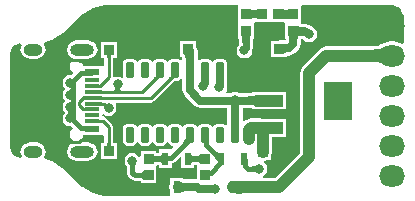
<source format=gtl>
G04*
G04 #@! TF.GenerationSoftware,Altium Limited,Altium Designer,22.1.2 (22)*
G04*
G04 Layer_Physical_Order=1*
G04 Layer_Color=255*
%FSLAX44Y44*%
%MOMM*%
G71*
G04*
G04 #@! TF.SameCoordinates,3CBB6683-9870-4264-921C-6CE77DAC6C85*
G04*
G04*
G04 #@! TF.FilePolarity,Positive*
G04*
G01*
G75*
%ADD11C,0.2500*%
%ADD20R,1.2000X0.6000*%
%ADD21R,1.2000X0.3000*%
%ADD26R,0.8500X0.8500*%
G04:AMPARAMS|DCode=27|XSize=1.31mm|YSize=0.62mm|CornerRadius=0.0775mm|HoleSize=0mm|Usage=FLASHONLY|Rotation=270.000|XOffset=0mm|YOffset=0mm|HoleType=Round|Shape=RoundedRectangle|*
%AMROUNDEDRECTD27*
21,1,1.3100,0.4650,0,0,270.0*
21,1,1.1550,0.6200,0,0,270.0*
1,1,0.1550,-0.2325,-0.5775*
1,1,0.1550,-0.2325,0.5775*
1,1,0.1550,0.2325,0.5775*
1,1,0.1550,0.2325,-0.5775*
%
%ADD27ROUNDEDRECTD27*%
%ADD28R,2.4000X3.3000*%
%ADD29R,2.4000X1.0000*%
%ADD30R,0.8500X0.8500*%
%ADD31R,0.6000X1.1000*%
%ADD32C,0.4000*%
%ADD33C,1.0000*%
%ADD34C,0.7000*%
%ADD35C,0.6000*%
%ADD36C,0.2540*%
%ADD37O,2.2000X1.8000*%
%ADD38O,1.6000X1.0000*%
%ADD39O,2.0000X1.0000*%
%ADD40C,0.8000*%
G36*
X243281Y128053D02*
X246220Y128000D01*
Y121000D01*
X244890Y120993D01*
X243281Y120883D01*
Y120281D01*
X243211Y120417D01*
X243001Y120540D01*
X242651Y120647D01*
X242160Y120741D01*
X241827Y120783D01*
X239849Y120647D01*
X239499Y120540D01*
X239289Y120417D01*
X239219Y120281D01*
Y120947D01*
X236280Y121000D01*
Y128000D01*
X237610Y128007D01*
X239219Y128118D01*
Y128720D01*
X239289Y128583D01*
X239499Y128461D01*
X239849Y128353D01*
X240340Y128259D01*
X240673Y128217D01*
X242651Y128353D01*
X243001Y128461D01*
X243211Y128583D01*
X243281Y128720D01*
Y128053D01*
D02*
G37*
G36*
X217031Y127507D02*
X217719Y127500D01*
Y121500D01*
X217031Y121493D01*
Y120281D01*
X216971Y120512D01*
X216791Y120719D01*
X216490Y120903D01*
X216070Y121061D01*
X215530Y121195D01*
X214870Y121305D01*
X214492Y121346D01*
X213880Y121305D01*
X213220Y121195D01*
X212680Y121061D01*
X212260Y120903D01*
X211959Y120719D01*
X211779Y120512D01*
X211719Y120281D01*
Y121493D01*
X211031Y121500D01*
Y127500D01*
X211719Y127507D01*
Y128720D01*
X211779Y128488D01*
X211959Y128280D01*
X212260Y128098D01*
X212680Y127939D01*
X213220Y127805D01*
X213880Y127695D01*
X214258Y127654D01*
X214870Y127695D01*
X215530Y127805D01*
X216070Y127939D01*
X216490Y128098D01*
X216791Y128280D01*
X216971Y128488D01*
X217031Y128720D01*
Y127507D01*
D02*
G37*
G36*
X200386Y132369D02*
X200750Y131250D01*
X200750Y131099D01*
Y118520D01*
X200750Y117750D01*
X200750Y116480D01*
Y103750D01*
X201547D01*
Y98239D01*
X199750Y96442D01*
Y91058D01*
X203558Y87250D01*
X208942D01*
X212750Y91058D01*
Y93844D01*
X213453Y95541D01*
Y103750D01*
X214250D01*
Y116584D01*
X214409Y117325D01*
X215313Y117750D01*
X226980D01*
X228000Y117750D01*
X229270Y117750D01*
X239687D01*
X240750Y117250D01*
X240750Y116480D01*
Y103750D01*
X241006D01*
Y102244D01*
X236000D01*
X234807Y101750D01*
X228500D01*
Y88250D01*
X242000D01*
Y89256D01*
X244149D01*
X248742Y91158D01*
X252092Y94508D01*
X253994Y99101D01*
Y103256D01*
X256039D01*
X256387Y102908D01*
X256836Y102722D01*
X258558Y101000D01*
X263942D01*
X267750Y104808D01*
Y110192D01*
X263942Y114000D01*
X263664D01*
X263322Y114342D01*
X258729Y116244D01*
X255148D01*
X254250Y117142D01*
X254250Y118520D01*
Y131099D01*
X254614Y132369D01*
X319233D01*
X332300D01*
Y132193D01*
X338270Y129720D01*
X340743Y123750D01*
X340919D01*
Y99764D01*
X339863Y99058D01*
X333250Y101798D01*
X329250D01*
X320448Y98152D01*
X320165Y97468D01*
X275600D01*
X269860Y95090D01*
X255510Y80740D01*
X253132Y75000D01*
Y7113D01*
X232138Y-13882D01*
X221775D01*
X221580Y-12612D01*
X225250Y-8942D01*
Y-3558D01*
X222954Y-1262D01*
X223202Y-16D01*
X225052Y750D01*
X228500D01*
Y4198D01*
X229868Y7500D01*
Y20750D01*
X241750D01*
Y35750D01*
X221117D01*
X219625Y36368D01*
X212000D01*
X206260Y33990D01*
X205868Y33598D01*
X204694Y34084D01*
Y44756D01*
X212750D01*
Y43750D01*
X241750D01*
Y58750D01*
X212750D01*
Y57744D01*
X201666D01*
X200847Y58563D01*
X195463D01*
X194645Y57744D01*
X191096D01*
X190610Y58918D01*
X191500Y59808D01*
Y65192D01*
X191353Y65339D01*
Y71685D01*
X191370Y71725D01*
Y77299D01*
X191453Y77500D01*
X191370Y77701D01*
Y83275D01*
X190332Y85782D01*
X187825Y86820D01*
X183175D01*
X180668Y85782D01*
X179837Y83775D01*
X178463D01*
X177632Y85782D01*
X175125Y86820D01*
X170475D01*
X167968Y85782D01*
X167864Y85530D01*
X166594Y85783D01*
Y93150D01*
X165000Y96999D01*
Y101750D01*
X151500D01*
Y88250D01*
X153606D01*
Y85783D01*
X152336Y85530D01*
X152232Y85782D01*
X149725Y86820D01*
X145075D01*
X142568Y85782D01*
X141737Y83775D01*
X140363D01*
X139532Y85782D01*
X137025Y86820D01*
X132375D01*
X129868Y85782D01*
X129037Y83775D01*
X127663D01*
X126832Y85782D01*
X124325Y86820D01*
X119675D01*
X117168Y85782D01*
X116337Y83775D01*
X114963D01*
X114132Y85782D01*
X111625Y86820D01*
X106975D01*
X104468Y85782D01*
X103430Y83275D01*
Y71725D01*
X103725Y71013D01*
X102648Y70294D01*
X101442Y71500D01*
X96058D01*
X95331Y72469D01*
Y87500D01*
X98000D01*
Y101000D01*
X84500D01*
Y87500D01*
X87169D01*
Y80993D01*
X86000Y80750D01*
Y80750D01*
X69250D01*
Y82428D01*
X66616Y85062D01*
X67142Y86332D01*
X73750D01*
X79490Y88710D01*
X81868Y94450D01*
X79490Y100190D01*
X73750Y102568D01*
X63750D01*
X58010Y100190D01*
X55632Y94450D01*
X58010Y88710D01*
X62331Y86920D01*
X62078Y85650D01*
X61472D01*
X58250Y82428D01*
Y77872D01*
X61472Y74650D01*
X61483Y74622D01*
X59612Y72750D01*
X56058D01*
X52250Y68942D01*
Y63558D01*
X54558Y61250D01*
X52250Y58942D01*
Y53558D01*
X54558Y51250D01*
X52250Y48942D01*
Y43558D01*
X53879Y41928D01*
Y40572D01*
X52250Y38942D01*
Y33558D01*
X56058Y29750D01*
X59612D01*
X61483Y27878D01*
X61472Y27850D01*
X58250Y24628D01*
Y20072D01*
X61472Y16850D01*
X62078D01*
X62331Y15580D01*
X58010Y13790D01*
X55632Y8050D01*
X58010Y2310D01*
X63750Y-68D01*
X73750D01*
X79490Y2310D01*
X81868Y8050D01*
X79490Y13790D01*
X73750Y16168D01*
X67142D01*
X66616Y17438D01*
X69250Y20072D01*
Y21750D01*
X86000D01*
Y21750D01*
X87169Y21507D01*
Y15000D01*
X84500D01*
Y1500D01*
X98000D01*
Y15000D01*
X95331D01*
Y28750D01*
X95331Y28750D01*
X94135Y31635D01*
X94135Y31635D01*
X89136Y36635D01*
X86250Y37831D01*
X86000Y39004D01*
Y39262D01*
X87243Y39814D01*
X88558Y38500D01*
X93942D01*
X97750Y42308D01*
Y47692D01*
X97176Y48266D01*
X97662Y49439D01*
X126870D01*
X126870Y49439D01*
X129755Y50634D01*
X147301Y68180D01*
X149725D01*
X152232Y69218D01*
X152336Y69470D01*
X153606Y69217D01*
Y59900D01*
X155508Y55308D01*
X164158Y46658D01*
X168750Y44756D01*
X191706D01*
Y30783D01*
X190436Y30530D01*
X190332Y30782D01*
X187825Y31820D01*
X183175D01*
X180668Y30782D01*
X179837Y28775D01*
X178463D01*
X177632Y30782D01*
X175125Y31820D01*
X170475D01*
X167968Y30782D01*
X167137Y28775D01*
X165763D01*
X164932Y30782D01*
X162425Y31820D01*
X157775D01*
X155268Y30782D01*
X154437Y28775D01*
X153063D01*
X152232Y30782D01*
X149725Y31820D01*
X145075D01*
X142568Y30782D01*
X141737Y28775D01*
X140363D01*
X139532Y30782D01*
X137025Y31820D01*
X132375D01*
X129868Y30782D01*
X129037Y28775D01*
X127663D01*
X126832Y30782D01*
X124325Y31820D01*
X119675D01*
X117168Y30782D01*
X116337Y28775D01*
X114963D01*
X114132Y30782D01*
X111625Y31820D01*
X106975D01*
X104468Y30782D01*
X103430Y28275D01*
Y16725D01*
X104468Y14218D01*
X106975Y13180D01*
X111625D01*
X114132Y14218D01*
X114963Y16225D01*
X116337D01*
X117168Y14218D01*
X119675Y13180D01*
X124325D01*
X126832Y14218D01*
X127663Y16225D01*
X129037D01*
X129868Y14218D01*
X132375Y13180D01*
X137025D01*
X139532Y14218D01*
X140363Y16225D01*
X141737D01*
X142568Y14218D01*
X145075Y13180D01*
X145583D01*
X146069Y12007D01*
X144062Y10000D01*
X133750D01*
Y6871D01*
X131750D01*
Y8750D01*
X118250D01*
Y4129D01*
X116980Y3603D01*
X113925Y6658D01*
X108540D01*
X104733Y2850D01*
Y-2534D01*
X106379Y-4181D01*
Y-9657D01*
X107806Y-13101D01*
X110149Y-15444D01*
X113593Y-16871D01*
X118250D01*
Y-18750D01*
X131750D01*
Y-6020D01*
X131750Y-5250D01*
X131750Y-3769D01*
X132480Y-3039D01*
X133750Y-3277D01*
Y-6000D01*
X144750D01*
Y-1539D01*
X147394Y-444D01*
X151577Y3738D01*
X152750Y3252D01*
Y-6000D01*
X163750D01*
Y-2871D01*
X165750D01*
Y-4750D01*
X165750Y-4750D01*
Y-5250D01*
X165750D01*
X165750Y-6020D01*
Y-15506D01*
X154250D01*
Y-14000D01*
X143250D01*
Y-19599D01*
X142256Y-22000D01*
X143250Y-24401D01*
Y-29669D01*
X87700D01*
Y-29355D01*
X77649Y-27355D01*
X69128Y-21662D01*
X68905Y-21884D01*
X54366Y-7345D01*
X54623Y-7088D01*
X43234Y522D01*
X37085Y1745D01*
X36353Y3186D01*
X38368Y8050D01*
X35990Y13790D01*
X30250Y16168D01*
X24250D01*
X18510Y13790D01*
X16132Y8050D01*
X17648Y4391D01*
X16940Y3144D01*
X16250Y3007D01*
X10280Y5480D01*
X7807Y11450D01*
X7631D01*
Y90767D01*
X7831Y91250D01*
X8007D01*
X10480Y97220D01*
X16450Y99693D01*
X16995Y99529D01*
X17679Y98183D01*
X16132Y94450D01*
X18510Y88710D01*
X24250Y86332D01*
X30250D01*
X35990Y88710D01*
X38368Y94450D01*
X36292Y99462D01*
X36951Y100888D01*
X43434Y102178D01*
X54823Y109788D01*
X54566Y110045D01*
X69105Y124584D01*
X69328Y124362D01*
X77849Y130055D01*
X87900Y132055D01*
Y132369D01*
X200386D01*
D02*
G37*
G36*
X251789Y114440D02*
X251999Y114191D01*
X252349Y113970D01*
X252840Y113779D01*
X253470Y113617D01*
X254240Y113485D01*
X255149Y113382D01*
X257390Y113265D01*
X258720Y113250D01*
Y106250D01*
X251719Y106280D01*
Y114719D01*
X251789Y114440D01*
D02*
G37*
G36*
X211488Y106221D02*
X211280Y106040D01*
X211098Y105740D01*
X210939Y105321D01*
X210805Y104781D01*
X210695Y104121D01*
X210610Y103341D01*
X210512Y101420D01*
X210500Y100281D01*
X204500D01*
X204488Y101420D01*
X204305Y104121D01*
X204195Y104781D01*
X204061Y105321D01*
X203902Y105740D01*
X203720Y106040D01*
X203512Y106221D01*
X203281Y106280D01*
X211719D01*
X211488Y106221D01*
D02*
G37*
G36*
X251583Y106210D02*
X251460Y106000D01*
X251353Y105651D01*
X251259Y105160D01*
X251180Y104530D01*
X251065Y102850D01*
X251000Y99280D01*
X244000D01*
X243993Y100610D01*
X243647Y105651D01*
X243540Y106000D01*
X243417Y106210D01*
X243281Y106280D01*
X251719D01*
X251583Y106210D01*
D02*
G37*
G36*
X244149Y92250D02*
X243255Y92238D01*
X241137Y92061D01*
X240619Y91955D01*
X240195Y91825D01*
X239865Y91672D01*
X239629Y91495D01*
X239487Y91294D01*
X239439Y91070D01*
X239470Y99220D01*
X239516Y99225D01*
X239657Y99230D01*
X244149Y99250D01*
Y92250D01*
D02*
G37*
G36*
X93549Y90005D02*
X93333Y89929D01*
X93142Y89802D01*
X92977Y89624D01*
X92837Y89396D01*
X92723Y89116D01*
X92634Y88786D01*
X92571Y88405D01*
X92533Y87973D01*
X92520Y87491D01*
X89980D01*
X89967Y87973D01*
X89929Y88405D01*
X89866Y88786D01*
X89777Y89116D01*
X89663Y89396D01*
X89523Y89624D01*
X89358Y89802D01*
X89167Y89929D01*
X88951Y90005D01*
X88710Y90030D01*
X93790D01*
X93549Y90005D01*
D02*
G37*
G36*
X162684Y90710D02*
X162876Y90500D01*
X163046Y90150D01*
X163193Y89661D01*
X163317Y89031D01*
X163419Y88260D01*
X163555Y86300D01*
X163600Y83780D01*
X156600D01*
X156574Y85110D01*
X156369Y87350D01*
X156189Y88260D01*
X155958Y89031D01*
X155675Y89661D01*
X155341Y90150D01*
X154956Y90500D01*
X154519Y90710D01*
X154031Y90780D01*
X162470D01*
X162684Y90710D01*
D02*
G37*
G36*
X324243Y81856D02*
X323571Y82330D01*
X322771Y82754D01*
X321842Y83128D01*
X320785Y83452D01*
X319601Y83727D01*
X318287Y83951D01*
X315276Y84250D01*
X313578Y84325D01*
X311752Y84350D01*
Y94350D01*
X313578Y94375D01*
X318287Y94749D01*
X319601Y94973D01*
X320785Y95248D01*
X321842Y95572D01*
X322771Y95946D01*
X323571Y96370D01*
X324243Y96844D01*
Y81856D01*
D02*
G37*
G36*
X147908Y70996D02*
X147713Y71137D01*
X147482Y71206D01*
X147214Y71203D01*
X146910Y71128D01*
X146569Y70981D01*
X146191Y70763D01*
X145777Y70472D01*
X145327Y70110D01*
X144316Y69170D01*
X142520Y70966D01*
X143026Y71490D01*
X143822Y72427D01*
X144113Y72841D01*
X144331Y73219D01*
X144478Y73559D01*
X144553Y73864D01*
X144556Y74132D01*
X144487Y74363D01*
X144346Y74558D01*
X147908Y70996D01*
D02*
G37*
G36*
X135208D02*
X135013Y71137D01*
X134782Y71206D01*
X134514Y71203D01*
X134209Y71128D01*
X133869Y70981D01*
X133491Y70763D01*
X133077Y70472D01*
X132627Y70110D01*
X131616Y69170D01*
X129820Y70966D01*
X130326Y71490D01*
X131122Y72427D01*
X131413Y72841D01*
X131631Y73219D01*
X131778Y73559D01*
X131853Y73864D01*
X131856Y74132D01*
X131787Y74363D01*
X131646Y74558D01*
X135208Y70996D01*
D02*
G37*
G36*
X175821Y71371D02*
X175817Y71198D01*
X175800Y65841D01*
X169800D01*
X169774Y71434D01*
X175826D01*
X175821Y71371D01*
D02*
G37*
G36*
X188502Y71339D02*
X188481Y71126D01*
X188445Y70353D01*
X188400Y65245D01*
X182400Y64966D01*
X182474Y71434D01*
X188526D01*
X188502Y71339D01*
D02*
G37*
G36*
X100045Y62077D02*
X100062Y61982D01*
X101375D01*
X101118Y61738D01*
X100887Y61478D01*
X100684Y61201D01*
X100508Y60908D01*
X100486Y60862D01*
X100655Y60655D01*
X100934Y60426D01*
X101265Y60249D01*
X101646Y60122D01*
X102077Y60045D01*
X102560Y60020D01*
X98750Y57480D01*
X94940Y60020D01*
X95423Y60045D01*
X95854Y60122D01*
X96235Y60249D01*
X96566Y60426D01*
X96845Y60655D01*
X97014Y60862D01*
X96992Y60908D01*
X96816Y61201D01*
X96613Y61478D01*
X96383Y61738D01*
X96125Y61982D01*
X97438D01*
X97455Y62077D01*
X97480Y62560D01*
X100020D01*
X100045Y62077D01*
D02*
G37*
G36*
X83495Y60182D02*
X83571Y60148D01*
X83698Y60118D01*
X83876Y60092D01*
X84384Y60052D01*
X86010Y60020D01*
Y57480D01*
X85527Y57478D01*
X83571Y57352D01*
X83495Y57318D01*
X83469Y57281D01*
Y60219D01*
X83495Y60182D01*
D02*
G37*
G36*
Y55138D02*
X83571Y55065D01*
X83698Y55000D01*
X83876Y54945D01*
X84104Y54897D01*
X84384Y54859D01*
X85095Y54807D01*
X86010Y54790D01*
Y52250D01*
X83469Y52281D01*
Y55219D01*
X83495Y55138D01*
D02*
G37*
G36*
X71530Y52281D02*
X71513Y52275D01*
X71460Y52270D01*
X71249Y52261D01*
X69770Y52250D01*
Y54790D01*
X70104Y54794D01*
X70897Y54859D01*
X71090Y54897D01*
X71249Y54945D01*
X71372Y55000D01*
X71460Y55065D01*
X71513Y55138D01*
X71530Y55219D01*
Y52281D01*
D02*
G37*
G36*
X83495Y50182D02*
X83571Y50148D01*
X83698Y50118D01*
X83876Y50092D01*
X84384Y50052D01*
X86010Y50020D01*
Y47480D01*
X85527Y47478D01*
X83571Y47352D01*
X83495Y47318D01*
X83469Y47281D01*
Y50219D01*
X83495Y50182D01*
D02*
G37*
G36*
X215280Y46280D02*
X215210Y46560D01*
X215000Y46810D01*
X214650Y47030D01*
X214160Y47221D01*
X213531Y47383D01*
X212761Y47515D01*
X211850Y47618D01*
X209611Y47735D01*
X208281Y47750D01*
Y54750D01*
X209611Y54765D01*
X212761Y54985D01*
X213531Y55117D01*
X214160Y55279D01*
X214650Y55470D01*
X215000Y55690D01*
X215210Y55940D01*
X215280Y56220D01*
Y46280D01*
D02*
G37*
G36*
X88358Y49435D02*
X88760Y49088D01*
X88941Y48955D01*
X89110Y48848D01*
X89266Y48768D01*
X89409Y48714D01*
X89539Y48687D01*
X89657Y48686D01*
X89761Y48713D01*
X87416Y46141D01*
X87432Y46247D01*
X87420Y46367D01*
X87381Y46501D01*
X87315Y46650D01*
X87221Y46814D01*
X87100Y46993D01*
X86951Y47186D01*
X86572Y47615D01*
X86342Y47852D01*
X88138Y49648D01*
X88358Y49435D01*
D02*
G37*
G36*
X71530Y45219D02*
Y42281D01*
X71513Y42362D01*
X71460Y42435D01*
X71372Y42499D01*
X71249Y42555D01*
X71090Y42603D01*
X70897Y42641D01*
X70668Y42671D01*
X70104Y42706D01*
X69770Y42710D01*
Y45250D01*
X71530Y45219D01*
D02*
G37*
G36*
X83495Y35182D02*
X83571Y35148D01*
X83698Y35118D01*
X83876Y35092D01*
X84384Y35052D01*
X86010Y35020D01*
Y32480D01*
X85527Y32478D01*
X83571Y32352D01*
X83495Y32318D01*
X83469Y32280D01*
Y35220D01*
X83495Y35182D01*
D02*
G37*
G36*
X162603Y16033D02*
X162298Y16258D01*
X161935Y16369D01*
X161512Y16365D01*
X161031Y16247D01*
X160492Y16015D01*
X159894Y15668D01*
X159237Y15207D01*
X158522Y14632D01*
X156916Y13138D01*
X154187Y16066D01*
X154979Y16886D01*
X156226Y18356D01*
X156681Y19007D01*
X157023Y19601D01*
X157253Y20138D01*
X157370Y20619D01*
X157374Y21044D01*
X157267Y21411D01*
X157046Y21723D01*
X162603Y16033D01*
D02*
G37*
G36*
X175748Y16136D02*
X175783Y16022D01*
X175814Y15850D01*
X175840Y15621D01*
X175879Y14987D01*
X175900Y13600D01*
X171900D01*
X171896Y14058D01*
X171808Y15406D01*
X171768Y15621D01*
X171721Y15788D01*
X171666Y15906D01*
X171604Y15976D01*
X171534Y15996D01*
X175662Y16188D01*
X175707Y16191D01*
X175748Y16136D01*
D02*
G37*
G36*
X92533Y14527D02*
X92571Y14095D01*
X92634Y13714D01*
X92723Y13384D01*
X92837Y13104D01*
X92977Y12876D01*
X93142Y12698D01*
X93333Y12571D01*
X93549Y12495D01*
X93790Y12470D01*
X88710D01*
X88951Y12495D01*
X89167Y12571D01*
X89358Y12698D01*
X89523Y12876D01*
X89663Y13104D01*
X89777Y13384D01*
X89866Y13714D01*
X89929Y14095D01*
X89967Y14527D01*
X89980Y15009D01*
X92520D01*
X92533Y14527D01*
D02*
G37*
G36*
X136311Y-2000D02*
X136271Y-1620D01*
X136150Y-1280D01*
X135948Y-980D01*
X135666Y-720D01*
X135303Y-500D01*
X134860Y-320D01*
X134336Y-180D01*
X133731Y-80D01*
X133046Y-20D01*
X132750Y-12D01*
X132454Y-20D01*
X131769Y-80D01*
X131164Y-180D01*
X130640Y-320D01*
X130197Y-500D01*
X129834Y-720D01*
X129552Y-980D01*
X129350Y-1280D01*
X129229Y-1620D01*
X129189Y-2000D01*
Y6000D01*
X129229Y5620D01*
X129350Y5280D01*
X129552Y4980D01*
X129834Y4720D01*
X130197Y4500D01*
X130640Y4320D01*
X131164Y4180D01*
X131769Y4080D01*
X132454Y4020D01*
X132750Y4012D01*
X133046Y4020D01*
X133731Y4080D01*
X134336Y4180D01*
X134860Y4320D01*
X135303Y4500D01*
X135666Y4720D01*
X135948Y4980D01*
X136150Y5280D01*
X136271Y5620D01*
X136311Y6000D01*
Y-2000D01*
D02*
G37*
G36*
X168311D02*
X168271Y-1620D01*
X168150Y-1280D01*
X167948Y-980D01*
X167666Y-720D01*
X167303Y-500D01*
X166860Y-320D01*
X166336Y-180D01*
X165732Y-80D01*
X165046Y-20D01*
X164750Y-12D01*
X164454Y-20D01*
X163769Y-80D01*
X163164Y-180D01*
X162640Y-320D01*
X162197Y-500D01*
X161834Y-720D01*
X161552Y-980D01*
X161350Y-1280D01*
X161229Y-1620D01*
X161189Y-2000D01*
Y6000D01*
X161229Y5620D01*
X161350Y5280D01*
X161552Y4980D01*
X161834Y4720D01*
X162197Y4500D01*
X162640Y4320D01*
X163164Y4180D01*
X163769Y4080D01*
X164454Y4020D01*
X164750Y4012D01*
X165046Y4020D01*
X165732Y4080D01*
X166336Y4180D01*
X166860Y4320D01*
X167303Y4500D01*
X167666Y4720D01*
X167948Y4980D01*
X168150Y5280D01*
X168271Y5620D01*
X168311Y6000D01*
Y-2000D01*
D02*
G37*
G36*
X181324Y9014D02*
X182320Y8156D01*
X182613Y7946D01*
X182886Y7775D01*
X183139Y7641D01*
X183372Y7546D01*
X183586Y7489D01*
X183780Y7469D01*
X183799Y1921D01*
X189687Y-3469D01*
X189365Y-3255D01*
X188988Y-3150D01*
X188558Y-3156D01*
X188073Y-3273D01*
X187535Y-3501D01*
X186942Y-3839D01*
X186295Y-4288D01*
X185594Y-4847D01*
X184030Y-6298D01*
X180952Y-3720D01*
X181755Y-2888D01*
X183015Y-1402D01*
X183471Y-748D01*
X183574Y-569D01*
X183423Y-122D01*
X183123Y541D01*
X182738Y1234D01*
X182268Y1956D01*
X181713Y2706D01*
X180348Y4295D01*
X179538Y5134D01*
X180952Y9376D01*
X181324Y9014D01*
D02*
G37*
G36*
X113894Y-2858D02*
X113759Y-3058D01*
X113640Y-3288D01*
X113536Y-3545D01*
X113449Y-3832D01*
X113377Y-4147D01*
X113322Y-4491D01*
X113282Y-4864D01*
X113250Y-5696D01*
X109250Y-5716D01*
X109242Y-5286D01*
X109178Y-4512D01*
X109121Y-4168D01*
X109049Y-3853D01*
X108960Y-3567D01*
X108856Y-3310D01*
X108735Y-3081D01*
X108598Y-2881D01*
X108445Y-2711D01*
X114045Y-2687D01*
X113894Y-2858D01*
D02*
G37*
G36*
X215893Y-9050D02*
X215722Y-8898D01*
X215522Y-8762D01*
X215293Y-8642D01*
X215036Y-8538D01*
X214750Y-8450D01*
X214434Y-8378D01*
X214090Y-8322D01*
X213718Y-8282D01*
X212886Y-8250D01*
Y-4250D01*
X213316Y-4242D01*
X214090Y-4178D01*
X214434Y-4122D01*
X214750Y-4050D01*
X215036Y-3962D01*
X215293Y-3858D01*
X215522Y-3738D01*
X215722Y-3602D01*
X215893Y-3450D01*
Y-9050D01*
D02*
G37*
G36*
X120811Y-16000D02*
X120771Y-15620D01*
X120650Y-15280D01*
X120448Y-14980D01*
X120166Y-14720D01*
X119803Y-14500D01*
X119360Y-14320D01*
X118836Y-14180D01*
X118231Y-14080D01*
X117546Y-14020D01*
X116781Y-14000D01*
Y-10000D01*
X117546Y-9980D01*
X118231Y-9920D01*
X118836Y-9820D01*
X119360Y-9680D01*
X119803Y-9500D01*
X120166Y-9280D01*
X120448Y-9020D01*
X120650Y-8720D01*
X120771Y-8380D01*
X120811Y-8000D01*
Y-16000D01*
D02*
G37*
G36*
X199319Y-16620D02*
X199620Y-16700D01*
X200119Y-16770D01*
X200819Y-16831D01*
X205620Y-16981D01*
X209219Y-17000D01*
Y-27000D01*
X199219Y-27469D01*
Y-16530D01*
X199319Y-16620D01*
D02*
G37*
G36*
X151790Y-16905D02*
X152000Y-17240D01*
X152350Y-17535D01*
X152839Y-17791D01*
X153469Y-18008D01*
X154240Y-18185D01*
X155149Y-18323D01*
X156200Y-18421D01*
X158720Y-18500D01*
Y-25500D01*
X157389Y-25520D01*
X155149Y-25677D01*
X154240Y-25815D01*
X153469Y-25992D01*
X152839Y-26209D01*
X152350Y-26465D01*
X152000Y-26760D01*
X151790Y-27095D01*
X151720Y-27469D01*
Y-16530D01*
X151790Y-16905D01*
D02*
G37*
%LPC*%
G36*
X183799Y1915D02*
X183805Y-164D01*
X183812Y-153D01*
X184037Y383D01*
X184146Y860D01*
X184140Y1278D01*
X184018Y1637D01*
X183799Y1915D01*
D02*
G37*
%LPD*%
D11*
X46250Y85000D02*
X46650Y85400D01*
X65925D01*
X46250Y16250D02*
X66250D01*
X65925Y85400D02*
X66325Y85000D01*
X68750D01*
X68750Y85000D02*
X75750D01*
X77500Y83250D01*
X68750Y85000D02*
X68750Y85000D01*
X66250Y16250D02*
X67750Y17750D01*
X76000D02*
X77500Y19250D01*
X67750Y17750D02*
X76000D01*
D20*
X77500Y19250D02*
D03*
Y27250D02*
D03*
Y83250D02*
D03*
Y75250D02*
D03*
D21*
Y68750D02*
D03*
Y63750D02*
D03*
Y58750D02*
D03*
Y33750D02*
D03*
Y38750D02*
D03*
Y43750D02*
D03*
Y53750D02*
D03*
Y48750D02*
D03*
D26*
X207500Y110500D02*
D03*
Y124500D02*
D03*
X247500Y110500D02*
D03*
Y124500D02*
D03*
X221250Y110500D02*
D03*
Y124500D02*
D03*
X235000D02*
D03*
Y110500D02*
D03*
X91250Y94250D02*
D03*
Y108250D02*
D03*
X172500Y2000D02*
D03*
Y-12000D02*
D03*
X91250Y8250D02*
D03*
Y-5750D02*
D03*
X125000Y-12000D02*
D03*
Y2000D02*
D03*
D27*
X198200Y77500D02*
D03*
X185500D02*
D03*
X172800D02*
D03*
X160100D02*
D03*
X147400D02*
D03*
X134700D02*
D03*
X122000D02*
D03*
X109300D02*
D03*
Y22500D02*
D03*
X122000D02*
D03*
X134700D02*
D03*
X147400D02*
D03*
X160100D02*
D03*
X172800D02*
D03*
X185500D02*
D03*
X198200D02*
D03*
D28*
X285250Y51250D02*
D03*
D29*
X227250Y28250D02*
D03*
Y51250D02*
D03*
Y74250D02*
D03*
D30*
X221250Y95000D02*
D03*
X235250D02*
D03*
X144250D02*
D03*
X158250D02*
D03*
X235750Y7500D02*
D03*
X221750D02*
D03*
D31*
X196250Y-22000D02*
D03*
X186750Y2000D02*
D03*
X205750D02*
D03*
X148750Y-22000D02*
D03*
X139250Y2000D02*
D03*
X158250D02*
D03*
D32*
X60000Y66250D02*
X61250Y67500D01*
X58750Y66250D02*
X60000D01*
X58750Y56250D02*
Y58750D01*
Y37500D02*
X61250Y35000D01*
X58750Y37500D02*
Y46250D01*
Y58750D02*
X61250Y61250D01*
Y67500D01*
Y35000D02*
Y67500D01*
X206750Y-3907D02*
Y1000D01*
Y-3907D02*
X209093Y-6250D01*
X205750Y2000D02*
X206750Y1000D01*
X209093Y-6250D02*
X218750D01*
X113593Y-12000D02*
X125000D01*
X111250Y-9657D02*
X113593Y-12000D01*
X111250Y-9657D02*
Y0D01*
X185750Y3000D02*
X186750Y2000D01*
Y2000D02*
Y4500D01*
X184500Y3000D02*
X185750D01*
X173900Y13600D02*
X184500Y3000D01*
X173900Y13600D02*
Y21400D01*
X172800Y22500D02*
X173900Y21400D01*
X185750Y-1750D02*
Y1000D01*
X172500Y-12000D02*
X174750Y-9750D01*
X177750D02*
X185750Y-1750D01*
X174750Y-9750D02*
X177750D01*
X185750Y1000D02*
X186750Y2000D01*
X158250D02*
X172500D01*
X139250D02*
Y4500D01*
Y2000D02*
X140250Y3000D01*
X143950D01*
X158900Y17950D01*
X159000D02*
X160100Y19050D01*
X158900Y17950D02*
X159000D01*
X125000Y2000D02*
X139250D01*
X61250Y67500D02*
X68000Y74250D01*
X76500D01*
Y28250D02*
X77500Y27250D01*
X68000Y28250D02*
X76500D01*
X61250Y35000D02*
X68000Y28250D01*
X76500Y74250D02*
X77500Y75250D01*
X160100Y19050D02*
Y22500D01*
D33*
X210000Y18750D02*
Y26250D01*
X212000Y28250D02*
X219625D01*
X221750Y7500D02*
Y26125D01*
X219625Y28250D02*
X221750Y26125D01*
X210000Y26250D02*
X212000Y28250D01*
X261250Y75000D02*
X275600Y89350D01*
X331250D01*
X261250Y3750D02*
Y75000D01*
X196250Y-22000D02*
X235500D01*
X261250Y3750D01*
D34*
X248250Y109750D02*
X258729D01*
X260979Y107500D01*
X261250D01*
X247500Y110500D02*
X248250Y109750D01*
X160100Y77500D02*
Y93150D01*
Y59900D02*
Y77500D01*
X168750Y51250D02*
X198200D01*
X158250Y95000D02*
X160100Y93150D01*
Y59900D02*
X168750Y51250D01*
X167500Y-23750D02*
X181250D01*
X148750Y-22000D02*
X165750D01*
X167500Y-23750D01*
X236000Y95750D02*
X244149D01*
X247500Y99101D02*
Y110500D01*
X235250Y95000D02*
X236000Y95750D01*
X244149D02*
X247500Y99101D01*
X235000Y124500D02*
X247500D01*
X198200Y22500D02*
Y51250D01*
X227250D01*
D35*
X172800Y65841D02*
Y77500D01*
X171250Y63750D02*
Y64291D01*
X172800Y65841D01*
X143750Y108250D02*
X173000D01*
X91250D02*
X143750D01*
X144250Y107750D01*
Y95000D02*
Y107750D01*
X250000Y12500D02*
Y81250D01*
X283500Y114750D01*
X331250D01*
X250000Y75239D02*
X250000Y75239D01*
X228239Y75239D02*
X250000D01*
X245000Y7500D02*
X250000Y12500D01*
X235750Y7500D02*
X245000D01*
X235750D02*
X236364Y8114D01*
X206250Y94291D02*
X207500Y95541D01*
Y110500D01*
X206250Y93750D02*
Y94291D01*
X185000Y63041D02*
X185400Y63441D01*
X185000Y62500D02*
Y63041D01*
X185400Y77400D02*
X185500Y77500D01*
X185400Y63441D02*
Y77400D01*
X207500Y124500D02*
X221250D01*
X227250Y74250D02*
X228239Y75239D01*
X223250Y74250D02*
X227250D01*
X198300D02*
X223250D01*
X221250Y76250D02*
Y95000D01*
Y76250D02*
X223250Y74250D01*
X221250Y95000D02*
Y110500D01*
X235000D01*
X55750Y-5750D02*
X91250D01*
X46250Y3750D02*
Y16250D01*
Y3750D02*
X55750Y-5750D01*
X46250Y16250D02*
Y85000D01*
Y92500D01*
X62000Y108250D01*
X198100Y74450D02*
Y83150D01*
X173000Y108250D02*
X198100Y83150D01*
Y74450D02*
X198300Y74250D01*
X62000Y108250D02*
X91250D01*
D36*
X69770Y53520D02*
X76740D01*
X77500Y53750D02*
X77730Y53520D01*
X126870D02*
X147400Y74050D01*
X76994Y53520D02*
X77270D01*
X77450Y53700D02*
X77500Y53750D01*
X77730Y53520D02*
X126870D01*
X66250Y50000D02*
X69770Y53520D01*
X66250Y47500D02*
Y50000D01*
Y47500D02*
X69770Y43980D01*
X77270D01*
X77500Y43750D01*
X91250Y8250D02*
Y28750D01*
X86250Y33750D02*
X91250Y28750D01*
X77500Y33750D02*
X86250D01*
X91250Y71250D02*
Y94250D01*
X83980Y63980D02*
X91250Y71250D01*
X77500Y63750D02*
X77730Y63980D01*
X83980D01*
X81250Y58750D02*
X119400D01*
X77500D02*
X98750D01*
Y65000D01*
X77500Y48750D02*
X87240D01*
X90990Y45000D01*
X91250D01*
X147400Y74050D02*
Y77500D01*
X134700Y74050D02*
Y77500D01*
X119400Y58750D02*
X134700Y74050D01*
X90000Y46250D02*
X90000D01*
D37*
X331250Y-12250D02*
D03*
Y13150D02*
D03*
Y38550D02*
D03*
Y63950D02*
D03*
Y89350D02*
D03*
Y114750D02*
D03*
D38*
X27250Y94450D02*
D03*
Y8050D02*
D03*
D39*
X68750Y94450D02*
D03*
Y8050D02*
D03*
D40*
X58750Y66250D02*
D03*
Y56250D02*
D03*
Y46250D02*
D03*
X287500Y122500D02*
D03*
X272500Y111250D02*
D03*
X172500D02*
D03*
X152500D02*
D03*
X132500D02*
D03*
X142500Y51250D02*
D03*
X112500Y111250D02*
D03*
X122500Y91250D02*
D03*
X102500D02*
D03*
X72500Y111250D02*
D03*
Y-8750D02*
D03*
X42500Y91250D02*
D03*
X32500Y71250D02*
D03*
X42500Y51250D02*
D03*
X32500Y31250D02*
D03*
X42500Y11250D02*
D03*
X12500Y71250D02*
D03*
X22500Y51250D02*
D03*
X12500Y31250D02*
D03*
X210000Y18750D02*
D03*
X261250Y107500D02*
D03*
X171250Y63750D02*
D03*
X210000Y26250D02*
D03*
X58750Y36250D02*
D03*
X181250Y-23750D02*
D03*
X206250Y93750D02*
D03*
X185000Y62500D02*
D03*
X218750Y-6250D02*
D03*
X198155Y52063D02*
D03*
X111233Y158D02*
D03*
X98750Y65000D02*
D03*
X91250Y45000D02*
D03*
M02*

</source>
